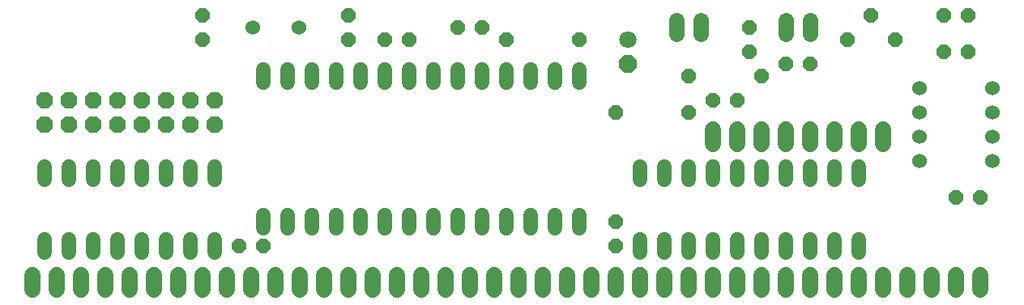
<source format=gts>
G75*
%MOIN*%
%OFA0B0*%
%FSLAX24Y24*%
%IPPOS*%
%LPD*%
%AMOC8*
5,1,8,0,0,1.08239X$1,22.5*
%
%ADD10C,0.0600*%
%ADD11OC8,0.0680*%
%ADD12C,0.0680*%
%ADD13OC8,0.0600*%
%ADD14C,0.0600*%
%ADD15OC8,0.0710*%
%ADD16C,0.0710*%
%ADD17C,0.0640*%
D10*
X001180Y002420D02*
X001180Y002940D01*
X002180Y002940D02*
X002180Y002420D01*
X003180Y002420D02*
X003180Y002940D01*
X004180Y002940D02*
X004180Y002420D01*
X005180Y002420D02*
X005180Y002940D01*
X006180Y002940D02*
X006180Y002420D01*
X007180Y002420D02*
X007180Y002940D01*
X008180Y002940D02*
X008180Y002420D01*
X010180Y003420D02*
X010180Y003940D01*
X011180Y003940D02*
X011180Y003420D01*
X012180Y003420D02*
X012180Y003940D01*
X013180Y003940D02*
X013180Y003420D01*
X014180Y003420D02*
X014180Y003940D01*
X015180Y003940D02*
X015180Y003420D01*
X016180Y003420D02*
X016180Y003940D01*
X017180Y003940D02*
X017180Y003420D01*
X018180Y003420D02*
X018180Y003940D01*
X019180Y003940D02*
X019180Y003420D01*
X020180Y003420D02*
X020180Y003940D01*
X021180Y003940D02*
X021180Y003420D01*
X022180Y003420D02*
X022180Y003940D01*
X023180Y003940D02*
X023180Y003420D01*
X025680Y002940D02*
X025680Y002420D01*
X026680Y002420D02*
X026680Y002940D01*
X027680Y002940D02*
X027680Y002420D01*
X028680Y002420D02*
X028680Y002940D01*
X029680Y002940D02*
X029680Y002420D01*
X030680Y002420D02*
X030680Y002940D01*
X031680Y002940D02*
X031680Y002420D01*
X032680Y002420D02*
X032680Y002940D01*
X033680Y002940D02*
X033680Y002420D01*
X034680Y002420D02*
X034680Y002940D01*
X034680Y005420D02*
X034680Y005940D01*
X033680Y005940D02*
X033680Y005420D01*
X032680Y005420D02*
X032680Y005940D01*
X031680Y005940D02*
X031680Y005420D01*
X030680Y005420D02*
X030680Y005940D01*
X029680Y005940D02*
X029680Y005420D01*
X028680Y005420D02*
X028680Y005940D01*
X027680Y005940D02*
X027680Y005420D01*
X026680Y005420D02*
X026680Y005940D01*
X025680Y005940D02*
X025680Y005420D01*
X023180Y009420D02*
X023180Y009940D01*
X022180Y009940D02*
X022180Y009420D01*
X021180Y009420D02*
X021180Y009940D01*
X020180Y009940D02*
X020180Y009420D01*
X019180Y009420D02*
X019180Y009940D01*
X018180Y009940D02*
X018180Y009420D01*
X017180Y009420D02*
X017180Y009940D01*
X016180Y009940D02*
X016180Y009420D01*
X015180Y009420D02*
X015180Y009940D01*
X014180Y009940D02*
X014180Y009420D01*
X013180Y009420D02*
X013180Y009940D01*
X012180Y009940D02*
X012180Y009420D01*
X011180Y009420D02*
X011180Y009940D01*
X010180Y009940D02*
X010180Y009420D01*
X008180Y005940D02*
X008180Y005420D01*
X007180Y005420D02*
X007180Y005940D01*
X006180Y005940D02*
X006180Y005420D01*
X005180Y005420D02*
X005180Y005940D01*
X004180Y005940D02*
X004180Y005420D01*
X003180Y005420D02*
X003180Y005940D01*
X002180Y005940D02*
X002180Y005420D01*
X001180Y005420D02*
X001180Y005940D01*
D11*
X001180Y007680D03*
X002180Y007680D03*
X003180Y007680D03*
X004180Y007680D03*
X005180Y007680D03*
X006180Y007680D03*
X007180Y007680D03*
X008180Y007680D03*
X008180Y008680D03*
X007180Y008680D03*
X006180Y008680D03*
X005180Y008680D03*
X004180Y008680D03*
X003180Y008680D03*
X002180Y008680D03*
X001180Y008680D03*
D12*
X000680Y001480D02*
X000680Y000880D01*
X001680Y000880D02*
X001680Y001480D01*
X002680Y001480D02*
X002680Y000880D01*
X003680Y000880D02*
X003680Y001480D01*
X004680Y001480D02*
X004680Y000880D01*
X005680Y000880D02*
X005680Y001480D01*
X006680Y001480D02*
X006680Y000880D01*
X007680Y000880D02*
X007680Y001480D01*
X008680Y001480D02*
X008680Y000880D01*
X009680Y000880D02*
X009680Y001480D01*
X010680Y001480D02*
X010680Y000880D01*
X011680Y000880D02*
X011680Y001480D01*
X012680Y001480D02*
X012680Y000880D01*
X013680Y000880D02*
X013680Y001480D01*
X014680Y001480D02*
X014680Y000880D01*
X015680Y000880D02*
X015680Y001480D01*
X016680Y001480D02*
X016680Y000880D01*
X017680Y000880D02*
X017680Y001480D01*
X018680Y001480D02*
X018680Y000880D01*
X019680Y000880D02*
X019680Y001480D01*
X020680Y001480D02*
X020680Y000880D01*
X021680Y000880D02*
X021680Y001480D01*
X022680Y001480D02*
X022680Y000880D01*
X023680Y000880D02*
X023680Y001480D01*
X024680Y001480D02*
X024680Y000880D01*
X025680Y000880D02*
X025680Y001480D01*
X026680Y001480D02*
X026680Y000880D01*
X027680Y000880D02*
X027680Y001480D01*
X028680Y001480D02*
X028680Y000880D01*
X029680Y000880D02*
X029680Y001480D01*
X030680Y001480D02*
X030680Y000880D01*
X031680Y000880D02*
X031680Y001480D01*
X032680Y001480D02*
X032680Y000880D01*
X033680Y000880D02*
X033680Y001480D01*
X034680Y001480D02*
X034680Y000880D01*
X035680Y000880D02*
X035680Y001480D01*
X036680Y001480D02*
X036680Y000880D01*
X037680Y000880D02*
X037680Y001480D01*
X038680Y001480D02*
X038680Y000880D01*
X039680Y000880D02*
X039680Y001480D01*
X035680Y006880D02*
X035680Y007480D01*
X034680Y007480D02*
X034680Y006880D01*
X033680Y006880D02*
X033680Y007480D01*
X032680Y007480D02*
X032680Y006880D01*
X031680Y006880D02*
X031680Y007480D01*
X030680Y007480D02*
X030680Y006880D01*
X029680Y006880D02*
X029680Y007480D01*
X028680Y007480D02*
X028680Y006880D01*
D13*
X027680Y008180D03*
X028680Y008680D03*
X029680Y008680D03*
X030680Y009680D03*
X031680Y010180D03*
X032680Y010180D03*
X030180Y010680D03*
X027680Y009680D03*
X024680Y008180D03*
X023180Y011180D03*
X020180Y011180D03*
X019180Y011680D03*
X018180Y011680D03*
X016180Y011180D03*
X015180Y011180D03*
X013680Y011180D03*
X013680Y012180D03*
X007680Y012180D03*
X007680Y011180D03*
X030180Y011680D03*
X034190Y011180D03*
X036170Y011180D03*
X038180Y010680D03*
X039180Y010680D03*
X039180Y012180D03*
X038180Y012180D03*
X035180Y012180D03*
X038680Y004680D03*
X039680Y004680D03*
X024680Y003680D03*
X024680Y002680D03*
X010180Y002680D03*
X009180Y002680D03*
D14*
X009730Y011680D03*
X011630Y011680D03*
X037180Y009180D03*
X037180Y008180D03*
X037180Y007180D03*
X037180Y006180D03*
X040180Y006180D03*
X040180Y007180D03*
X040180Y008180D03*
X040180Y009180D03*
D15*
X025180Y010180D03*
D16*
X025180Y011180D03*
D17*
X027180Y011400D02*
X027180Y011960D01*
X028180Y011960D02*
X028180Y011400D01*
X031680Y011400D02*
X031680Y011960D01*
X032680Y011960D02*
X032680Y011400D01*
M02*

</source>
